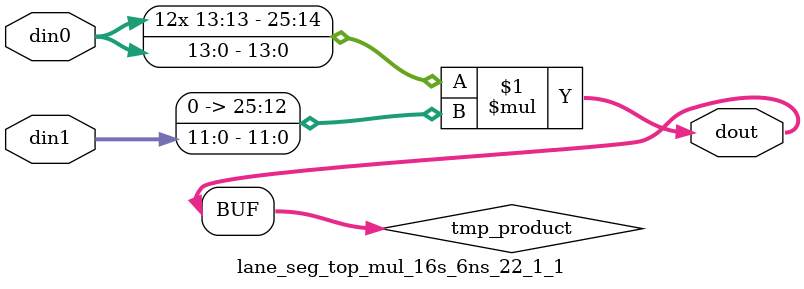
<source format=v>

`timescale 1 ns / 1 ps

  module lane_seg_top_mul_16s_6ns_22_1_1(din0, din1, dout);
parameter ID = 1;
parameter NUM_STAGE = 0;
parameter din0_WIDTH = 14;
parameter din1_WIDTH = 12;
parameter dout_WIDTH = 26;

input [din0_WIDTH - 1 : 0] din0; 
input [din1_WIDTH - 1 : 0] din1; 
output [dout_WIDTH - 1 : 0] dout;

wire signed [dout_WIDTH - 1 : 0] tmp_product;












assign tmp_product = $signed(din0) * $signed({1'b0, din1});









assign dout = tmp_product;







endmodule

</source>
